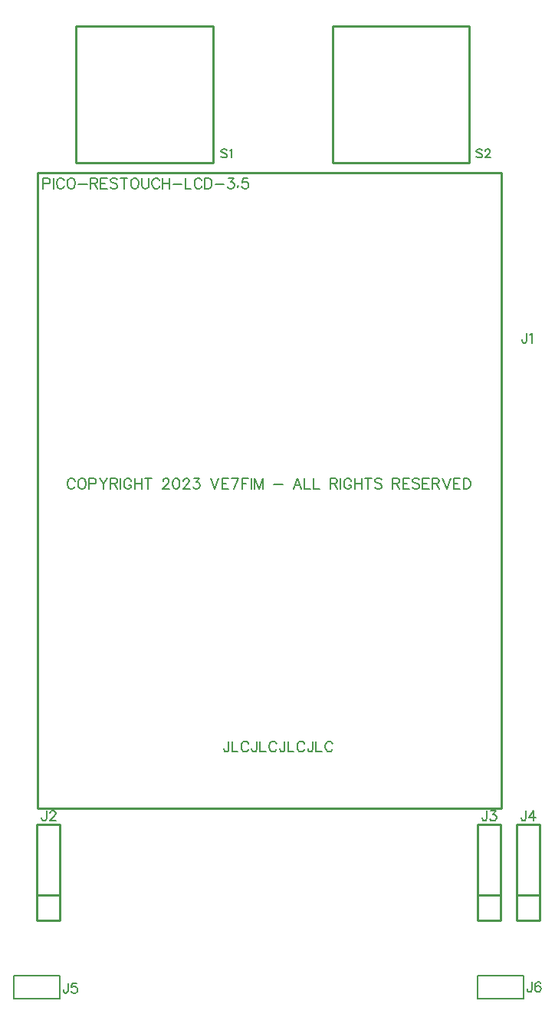
<source format=gto>
G04 Layer: TopSilkscreenLayer*
G04 EasyEDA v6.5.29, 2023-07-18 10:32:44*
G04 f0145a9d3cf84adf84608df9e98d150b,5a6b42c53f6a479593ecc07194224c93,10*
G04 Gerber Generator version 0.2*
G04 Scale: 100 percent, Rotated: No, Reflected: No *
G04 Dimensions in millimeters *
G04 leading zeros omitted , absolute positions ,4 integer and 5 decimal *
%FSLAX45Y45*%
%MOMM*%

%ADD10C,0.1524*%
%ADD11C,0.2030*%
%ADD12C,0.2032*%
%ADD13C,0.2540*%
%ADD14C,0.2030*%
%ADD15C,0.0188*%

%LPD*%
D10*
X2603754Y10247376D02*
G01*
X2594609Y10256265D01*
X2580893Y10260837D01*
X2562606Y10260837D01*
X2549143Y10256265D01*
X2540000Y10247376D01*
X2540000Y10238231D01*
X2544572Y10229087D01*
X2549143Y10224515D01*
X2558288Y10219944D01*
X2585465Y10210800D01*
X2594609Y10206481D01*
X2599181Y10201910D01*
X2603754Y10192765D01*
X2603754Y10179050D01*
X2594609Y10169905D01*
X2580893Y10165334D01*
X2562606Y10165334D01*
X2549143Y10169905D01*
X2540000Y10179050D01*
X2633725Y10242804D02*
G01*
X2642615Y10247376D01*
X2656331Y10260837D01*
X2656331Y10165334D01*
X5423154Y10247376D02*
G01*
X5414009Y10256265D01*
X5400293Y10260837D01*
X5382006Y10260837D01*
X5368543Y10256265D01*
X5359400Y10247376D01*
X5359400Y10238231D01*
X5363972Y10229087D01*
X5368543Y10224515D01*
X5377688Y10219944D01*
X5404865Y10210800D01*
X5414009Y10206481D01*
X5418581Y10201910D01*
X5423154Y10192765D01*
X5423154Y10179050D01*
X5414009Y10169905D01*
X5400293Y10165334D01*
X5382006Y10165334D01*
X5368543Y10169905D01*
X5359400Y10179050D01*
X5457697Y10238231D02*
G01*
X5457697Y10242804D01*
X5462015Y10251694D01*
X5466588Y10256265D01*
X5475731Y10260837D01*
X5494020Y10260837D01*
X5502909Y10256265D01*
X5507481Y10251694D01*
X5512054Y10242804D01*
X5512054Y10233660D01*
X5507481Y10224515D01*
X5498591Y10210800D01*
X5453125Y10165334D01*
X5516625Y10165334D01*
X5914666Y8230615D02*
G01*
X5914666Y8147558D01*
X5909586Y8131810D01*
X5904506Y8126729D01*
X5894092Y8121395D01*
X5883678Y8121395D01*
X5873264Y8126729D01*
X5867930Y8131810D01*
X5862850Y8147558D01*
X5862850Y8157971D01*
X5948956Y8209787D02*
G01*
X5959370Y8215121D01*
X5975118Y8230615D01*
X5975118Y8121395D01*
D11*
X923544Y6599428D02*
G01*
X918210Y6610350D01*
X907287Y6621271D01*
X896365Y6626860D01*
X874521Y6626860D01*
X863600Y6621271D01*
X852678Y6610350D01*
X847344Y6599428D01*
X841755Y6583171D01*
X841755Y6555994D01*
X847344Y6539484D01*
X852678Y6528562D01*
X863600Y6517639D01*
X874521Y6512305D01*
X896365Y6512305D01*
X907287Y6517639D01*
X918210Y6528562D01*
X923544Y6539484D01*
X992378Y6626860D02*
G01*
X981455Y6621271D01*
X970534Y6610350D01*
X965200Y6599428D01*
X959612Y6583171D01*
X959612Y6555994D01*
X965200Y6539484D01*
X970534Y6528562D01*
X981455Y6517639D01*
X992378Y6512305D01*
X1014221Y6512305D01*
X1025144Y6517639D01*
X1036065Y6528562D01*
X1041400Y6539484D01*
X1046987Y6555994D01*
X1046987Y6583171D01*
X1041400Y6599428D01*
X1036065Y6610350D01*
X1025144Y6621271D01*
X1014221Y6626860D01*
X992378Y6626860D01*
X1082802Y6626860D02*
G01*
X1082802Y6512305D01*
X1082802Y6626860D02*
G01*
X1132078Y6626860D01*
X1148334Y6621271D01*
X1153921Y6615937D01*
X1159255Y6605015D01*
X1159255Y6588505D01*
X1153921Y6577584D01*
X1148334Y6572250D01*
X1132078Y6566662D01*
X1082802Y6566662D01*
X1195323Y6626860D02*
G01*
X1239012Y6572250D01*
X1239012Y6512305D01*
X1282445Y6626860D02*
G01*
X1239012Y6572250D01*
X1318513Y6626860D02*
G01*
X1318513Y6512305D01*
X1318513Y6626860D02*
G01*
X1367536Y6626860D01*
X1384045Y6621271D01*
X1389379Y6615937D01*
X1394968Y6605015D01*
X1394968Y6594094D01*
X1389379Y6583171D01*
X1384045Y6577584D01*
X1367536Y6572250D01*
X1318513Y6572250D01*
X1356613Y6572250D02*
G01*
X1394968Y6512305D01*
X1430781Y6626860D02*
G01*
X1430781Y6512305D01*
X1548637Y6599428D02*
G01*
X1543304Y6610350D01*
X1532381Y6621271D01*
X1521460Y6626860D01*
X1499615Y6626860D01*
X1488694Y6621271D01*
X1477771Y6610350D01*
X1472437Y6599428D01*
X1466850Y6583171D01*
X1466850Y6555994D01*
X1472437Y6539484D01*
X1477771Y6528562D01*
X1488694Y6517639D01*
X1499615Y6512305D01*
X1521460Y6512305D01*
X1532381Y6517639D01*
X1543304Y6528562D01*
X1548637Y6539484D01*
X1548637Y6555994D01*
X1521460Y6555994D02*
G01*
X1548637Y6555994D01*
X1584705Y6626860D02*
G01*
X1584705Y6512305D01*
X1661160Y6626860D02*
G01*
X1661160Y6512305D01*
X1584705Y6572250D02*
G01*
X1661160Y6572250D01*
X1735328Y6626860D02*
G01*
X1735328Y6512305D01*
X1696973Y6626860D02*
G01*
X1773428Y6626860D01*
X1898904Y6599428D02*
G01*
X1898904Y6605015D01*
X1904237Y6615937D01*
X1909826Y6621271D01*
X1920747Y6626860D01*
X1942591Y6626860D01*
X1953513Y6621271D01*
X1958847Y6615937D01*
X1964436Y6605015D01*
X1964436Y6594094D01*
X1958847Y6583171D01*
X1947925Y6566662D01*
X1893570Y6512305D01*
X1969770Y6512305D01*
X2038604Y6626860D02*
G01*
X2022093Y6621271D01*
X2011172Y6605015D01*
X2005838Y6577584D01*
X2005838Y6561328D01*
X2011172Y6534150D01*
X2022093Y6517639D01*
X2038604Y6512305D01*
X2049525Y6512305D01*
X2065781Y6517639D01*
X2076704Y6534150D01*
X2082291Y6561328D01*
X2082291Y6577584D01*
X2076704Y6605015D01*
X2065781Y6621271D01*
X2049525Y6626860D01*
X2038604Y6626860D01*
X2123693Y6599428D02*
G01*
X2123693Y6605015D01*
X2129027Y6615937D01*
X2134615Y6621271D01*
X2145538Y6626860D01*
X2167381Y6626860D01*
X2178050Y6621271D01*
X2183638Y6615937D01*
X2188972Y6605015D01*
X2188972Y6594094D01*
X2183638Y6583171D01*
X2172715Y6566662D01*
X2118106Y6512305D01*
X2194559Y6512305D01*
X2241550Y6626860D02*
G01*
X2301493Y6626860D01*
X2268727Y6583171D01*
X2284984Y6583171D01*
X2295906Y6577584D01*
X2301493Y6572250D01*
X2306827Y6555994D01*
X2306827Y6545071D01*
X2301493Y6528562D01*
X2290572Y6517639D01*
X2274061Y6512305D01*
X2257806Y6512305D01*
X2241550Y6517639D01*
X2235961Y6523228D01*
X2230627Y6534150D01*
X2426970Y6626860D02*
G01*
X2470658Y6512305D01*
X2514091Y6626860D02*
G01*
X2470658Y6512305D01*
X2550159Y6626860D02*
G01*
X2550159Y6512305D01*
X2550159Y6626860D02*
G01*
X2621025Y6626860D01*
X2550159Y6572250D02*
G01*
X2593847Y6572250D01*
X2550159Y6512305D02*
G01*
X2621025Y6512305D01*
X2733547Y6626860D02*
G01*
X2678938Y6512305D01*
X2657093Y6626860D02*
G01*
X2733547Y6626860D01*
X2769361Y6626860D02*
G01*
X2769361Y6512305D01*
X2769361Y6626860D02*
G01*
X2840227Y6626860D01*
X2769361Y6572250D02*
G01*
X2813050Y6572250D01*
X2876295Y6626860D02*
G01*
X2876295Y6512305D01*
X2912363Y6626860D02*
G01*
X2912363Y6512305D01*
X2912363Y6626860D02*
G01*
X2956052Y6512305D01*
X2999740Y6626860D02*
G01*
X2956052Y6512305D01*
X2999740Y6626860D02*
G01*
X2999740Y6512305D01*
X3119627Y6561328D02*
G01*
X3217925Y6561328D01*
X3381502Y6626860D02*
G01*
X3337813Y6512305D01*
X3381502Y6626860D02*
G01*
X3425190Y6512305D01*
X3354070Y6550405D02*
G01*
X3408679Y6550405D01*
X3461004Y6626860D02*
G01*
X3461004Y6512305D01*
X3461004Y6512305D02*
G01*
X3526536Y6512305D01*
X3562604Y6626860D02*
G01*
X3562604Y6512305D01*
X3562604Y6512305D02*
G01*
X3627881Y6512305D01*
X3748024Y6626860D02*
G01*
X3748024Y6512305D01*
X3748024Y6626860D02*
G01*
X3797045Y6626860D01*
X3813556Y6621271D01*
X3818890Y6615937D01*
X3824477Y6605015D01*
X3824477Y6594094D01*
X3818890Y6583171D01*
X3813556Y6577584D01*
X3797045Y6572250D01*
X3748024Y6572250D01*
X3786124Y6572250D02*
G01*
X3824477Y6512305D01*
X3860291Y6626860D02*
G01*
X3860291Y6512305D01*
X3978147Y6599428D02*
G01*
X3972813Y6610350D01*
X3961891Y6621271D01*
X3950970Y6626860D01*
X3929125Y6626860D01*
X3918204Y6621271D01*
X3907281Y6610350D01*
X3901693Y6599428D01*
X3896359Y6583171D01*
X3896359Y6555994D01*
X3901693Y6539484D01*
X3907281Y6528562D01*
X3918204Y6517639D01*
X3929125Y6512305D01*
X3950970Y6512305D01*
X3961891Y6517639D01*
X3972813Y6528562D01*
X3978147Y6539484D01*
X3978147Y6555994D01*
X3950970Y6555994D02*
G01*
X3978147Y6555994D01*
X4014215Y6626860D02*
G01*
X4014215Y6512305D01*
X4090415Y6626860D02*
G01*
X4090415Y6512305D01*
X4014215Y6572250D02*
G01*
X4090415Y6572250D01*
X4164838Y6626860D02*
G01*
X4164838Y6512305D01*
X4126484Y6626860D02*
G01*
X4202938Y6626860D01*
X4315206Y6610350D02*
G01*
X4304284Y6621271D01*
X4288027Y6626860D01*
X4266184Y6626860D01*
X4249927Y6621271D01*
X4239006Y6610350D01*
X4239006Y6599428D01*
X4244340Y6588505D01*
X4249927Y6583171D01*
X4260595Y6577584D01*
X4293361Y6566662D01*
X4304284Y6561328D01*
X4309872Y6555994D01*
X4315206Y6545071D01*
X4315206Y6528562D01*
X4304284Y6517639D01*
X4288027Y6512305D01*
X4266184Y6512305D01*
X4249927Y6517639D01*
X4239006Y6528562D01*
X4435347Y6626860D02*
G01*
X4435347Y6512305D01*
X4435347Y6626860D02*
G01*
X4484370Y6626860D01*
X4500625Y6621271D01*
X4506213Y6615937D01*
X4511547Y6605015D01*
X4511547Y6594094D01*
X4506213Y6583171D01*
X4500625Y6577584D01*
X4484370Y6572250D01*
X4435347Y6572250D01*
X4473447Y6572250D02*
G01*
X4511547Y6512305D01*
X4547615Y6626860D02*
G01*
X4547615Y6512305D01*
X4547615Y6626860D02*
G01*
X4618481Y6626860D01*
X4547615Y6572250D02*
G01*
X4591304Y6572250D01*
X4547615Y6512305D02*
G01*
X4618481Y6512305D01*
X4731004Y6610350D02*
G01*
X4720081Y6621271D01*
X4703572Y6626860D01*
X4681727Y6626860D01*
X4665472Y6621271D01*
X4654550Y6610350D01*
X4654550Y6599428D01*
X4659884Y6588505D01*
X4665472Y6583171D01*
X4676393Y6577584D01*
X4709159Y6566662D01*
X4720081Y6561328D01*
X4725415Y6555994D01*
X4731004Y6545071D01*
X4731004Y6528562D01*
X4720081Y6517639D01*
X4703572Y6512305D01*
X4681727Y6512305D01*
X4665472Y6517639D01*
X4654550Y6528562D01*
X4766818Y6626860D02*
G01*
X4766818Y6512305D01*
X4766818Y6626860D02*
G01*
X4837684Y6626860D01*
X4766818Y6572250D02*
G01*
X4810506Y6572250D01*
X4766818Y6512305D02*
G01*
X4837684Y6512305D01*
X4873752Y6626860D02*
G01*
X4873752Y6512305D01*
X4873752Y6626860D02*
G01*
X4922774Y6626860D01*
X4939284Y6621271D01*
X4944618Y6615937D01*
X4950206Y6605015D01*
X4950206Y6594094D01*
X4944618Y6583171D01*
X4939284Y6577584D01*
X4922774Y6572250D01*
X4873752Y6572250D01*
X4912106Y6572250D02*
G01*
X4950206Y6512305D01*
X4986274Y6626860D02*
G01*
X5029708Y6512305D01*
X5073395Y6626860D02*
G01*
X5029708Y6512305D01*
X5109463Y6626860D02*
G01*
X5109463Y6512305D01*
X5109463Y6626860D02*
G01*
X5180329Y6626860D01*
X5109463Y6572250D02*
G01*
X5153152Y6572250D01*
X5109463Y6512305D02*
G01*
X5180329Y6512305D01*
X5216397Y6626860D02*
G01*
X5216397Y6512305D01*
X5216397Y6626860D02*
G01*
X5254497Y6626860D01*
X5271008Y6621271D01*
X5281675Y6610350D01*
X5287263Y6599428D01*
X5292597Y6583171D01*
X5292597Y6555994D01*
X5287263Y6539484D01*
X5281675Y6528562D01*
X5271008Y6517639D01*
X5254497Y6512305D01*
X5216397Y6512305D01*
D12*
X2623614Y3728925D02*
G01*
X2623614Y3641549D01*
X2618026Y3625293D01*
X2612692Y3619705D01*
X2601770Y3614371D01*
X2590848Y3614371D01*
X2579926Y3619705D01*
X2574338Y3625293D01*
X2569004Y3641549D01*
X2569004Y3652471D01*
X2659428Y3728925D02*
G01*
X2659428Y3614371D01*
X2659428Y3614371D02*
G01*
X2724960Y3614371D01*
X2842816Y3701493D02*
G01*
X2837482Y3712415D01*
X2826560Y3723337D01*
X2815638Y3728925D01*
X2793794Y3728925D01*
X2782872Y3723337D01*
X2771950Y3712415D01*
X2766362Y3701493D01*
X2761028Y3685237D01*
X2761028Y3658059D01*
X2766362Y3641549D01*
X2771950Y3630627D01*
X2782872Y3619705D01*
X2793794Y3614371D01*
X2815638Y3614371D01*
X2826560Y3619705D01*
X2837482Y3630627D01*
X2842816Y3641549D01*
X2933240Y3728925D02*
G01*
X2933240Y3641549D01*
X2927906Y3625293D01*
X2922572Y3619705D01*
X2911650Y3614371D01*
X2900728Y3614371D01*
X2889806Y3619705D01*
X2884218Y3625293D01*
X2878884Y3641549D01*
X2878884Y3652471D01*
X2969308Y3728925D02*
G01*
X2969308Y3614371D01*
X2969308Y3614371D02*
G01*
X3034840Y3614371D01*
X3152696Y3701493D02*
G01*
X3147108Y3712415D01*
X3136186Y3723337D01*
X3125264Y3728925D01*
X3103674Y3728925D01*
X3092752Y3723337D01*
X3081830Y3712415D01*
X3076242Y3701493D01*
X3070908Y3685237D01*
X3070908Y3658059D01*
X3076242Y3641549D01*
X3081830Y3630627D01*
X3092752Y3619705D01*
X3103674Y3614371D01*
X3125264Y3614371D01*
X3136186Y3619705D01*
X3147108Y3630627D01*
X3152696Y3641549D01*
X3243120Y3728925D02*
G01*
X3243120Y3641549D01*
X3237786Y3625293D01*
X3232198Y3619705D01*
X3221276Y3614371D01*
X3210354Y3614371D01*
X3199432Y3619705D01*
X3194098Y3625293D01*
X3188764Y3641549D01*
X3188764Y3652471D01*
X3279188Y3728925D02*
G01*
X3279188Y3614371D01*
X3279188Y3614371D02*
G01*
X3344720Y3614371D01*
X3462576Y3701493D02*
G01*
X3456988Y3712415D01*
X3446066Y3723337D01*
X3435144Y3728925D01*
X3413300Y3728925D01*
X3402378Y3723337D01*
X3391456Y3712415D01*
X3386122Y3701493D01*
X3380534Y3685237D01*
X3380534Y3658059D01*
X3386122Y3641549D01*
X3391456Y3630627D01*
X3402378Y3619705D01*
X3413300Y3614371D01*
X3435144Y3614371D01*
X3446066Y3619705D01*
X3456988Y3630627D01*
X3462576Y3641549D01*
X3553000Y3728925D02*
G01*
X3553000Y3641549D01*
X3547666Y3625293D01*
X3542078Y3619705D01*
X3531156Y3614371D01*
X3520234Y3614371D01*
X3509312Y3619705D01*
X3503978Y3625293D01*
X3498390Y3641549D01*
X3498390Y3652471D01*
X3589068Y3728925D02*
G01*
X3589068Y3614371D01*
X3589068Y3614371D02*
G01*
X3654346Y3614371D01*
X3772202Y3701493D02*
G01*
X3766868Y3712415D01*
X3755946Y3723337D01*
X3745024Y3728925D01*
X3723180Y3728925D01*
X3712258Y3723337D01*
X3701336Y3712415D01*
X3696002Y3701493D01*
X3690414Y3685237D01*
X3690414Y3658059D01*
X3696002Y3641549D01*
X3701336Y3630627D01*
X3712258Y3619705D01*
X3723180Y3614371D01*
X3745024Y3614371D01*
X3755946Y3619705D01*
X3766868Y3630627D01*
X3772202Y3641549D01*
X575104Y9939154D02*
G01*
X575104Y9824610D01*
X575104Y9939154D02*
G01*
X624194Y9939154D01*
X640557Y9933701D01*
X646013Y9928247D01*
X651466Y9917338D01*
X651466Y9900973D01*
X646013Y9890064D01*
X640557Y9884610D01*
X624194Y9879154D01*
X575104Y9879154D01*
X687468Y9939154D02*
G01*
X687468Y9824610D01*
X805286Y9911882D02*
G01*
X799830Y9922791D01*
X788921Y9933701D01*
X778012Y9939154D01*
X756193Y9939154D01*
X745286Y9933701D01*
X734377Y9922791D01*
X728921Y9911882D01*
X723468Y9895519D01*
X723468Y9868247D01*
X728921Y9851882D01*
X734377Y9840973D01*
X745286Y9830064D01*
X756193Y9824610D01*
X778012Y9824610D01*
X788921Y9830064D01*
X799830Y9840973D01*
X805286Y9851882D01*
X874013Y9939154D02*
G01*
X863104Y9933701D01*
X852195Y9922791D01*
X846739Y9911882D01*
X841286Y9895519D01*
X841286Y9868247D01*
X846739Y9851882D01*
X852195Y9840973D01*
X863104Y9830064D01*
X874013Y9824610D01*
X895830Y9824610D01*
X906739Y9830064D01*
X917648Y9840973D01*
X923104Y9851882D01*
X928557Y9868247D01*
X928557Y9895519D01*
X923104Y9911882D01*
X917648Y9922791D01*
X906739Y9933701D01*
X895830Y9939154D01*
X874013Y9939154D01*
X964557Y9873701D02*
G01*
X1062738Y9873701D01*
X1098740Y9939154D02*
G01*
X1098740Y9824610D01*
X1098740Y9939154D02*
G01*
X1147831Y9939154D01*
X1164193Y9933701D01*
X1169649Y9928247D01*
X1175103Y9917338D01*
X1175103Y9906429D01*
X1169649Y9895519D01*
X1164193Y9890064D01*
X1147831Y9884610D01*
X1098740Y9884610D01*
X1136921Y9884610D02*
G01*
X1175103Y9824610D01*
X1211102Y9939154D02*
G01*
X1211102Y9824610D01*
X1211102Y9939154D02*
G01*
X1282011Y9939154D01*
X1211102Y9884610D02*
G01*
X1254739Y9884610D01*
X1211102Y9824610D02*
G01*
X1282011Y9824610D01*
X1394376Y9922791D02*
G01*
X1383466Y9933701D01*
X1367101Y9939154D01*
X1345285Y9939154D01*
X1328920Y9933701D01*
X1318011Y9922791D01*
X1318011Y9911882D01*
X1323467Y9900973D01*
X1328920Y9895519D01*
X1339829Y9890064D01*
X1372557Y9879154D01*
X1383466Y9873701D01*
X1388920Y9868247D01*
X1394376Y9857338D01*
X1394376Y9840973D01*
X1383466Y9830064D01*
X1367101Y9824610D01*
X1345285Y9824610D01*
X1328920Y9830064D01*
X1318011Y9840973D01*
X1468556Y9939154D02*
G01*
X1468556Y9824610D01*
X1430375Y9939154D02*
G01*
X1506738Y9939154D01*
X1575465Y9939154D02*
G01*
X1564556Y9933701D01*
X1553646Y9922791D01*
X1548193Y9911882D01*
X1542737Y9895519D01*
X1542737Y9868247D01*
X1548193Y9851882D01*
X1553646Y9840973D01*
X1564556Y9830064D01*
X1575465Y9824610D01*
X1597284Y9824610D01*
X1608193Y9830064D01*
X1619102Y9840973D01*
X1624556Y9851882D01*
X1630011Y9868247D01*
X1630011Y9895519D01*
X1624556Y9911882D01*
X1619102Y9922791D01*
X1608193Y9933701D01*
X1597284Y9939154D01*
X1575465Y9939154D01*
X1666011Y9939154D02*
G01*
X1666011Y9857338D01*
X1671464Y9840973D01*
X1682374Y9830064D01*
X1698739Y9824610D01*
X1709648Y9824610D01*
X1726011Y9830064D01*
X1736920Y9840973D01*
X1742373Y9857338D01*
X1742373Y9939154D01*
X1860191Y9911882D02*
G01*
X1854738Y9922791D01*
X1843829Y9933701D01*
X1832919Y9939154D01*
X1811101Y9939154D01*
X1800191Y9933701D01*
X1789282Y9922791D01*
X1783829Y9911882D01*
X1778373Y9895519D01*
X1778373Y9868247D01*
X1783829Y9851882D01*
X1789282Y9840973D01*
X1800191Y9830064D01*
X1811101Y9824610D01*
X1832919Y9824610D01*
X1843829Y9830064D01*
X1854738Y9840973D01*
X1860191Y9851882D01*
X1896191Y9939154D02*
G01*
X1896191Y9824610D01*
X1972556Y9939154D02*
G01*
X1972556Y9824610D01*
X1896191Y9884610D02*
G01*
X1972556Y9884610D01*
X2008555Y9873701D02*
G01*
X2106736Y9873701D01*
X2142736Y9939154D02*
G01*
X2142736Y9824610D01*
X2142736Y9824610D02*
G01*
X2208192Y9824610D01*
X2326010Y9911882D02*
G01*
X2320554Y9922791D01*
X2309647Y9933701D01*
X2298738Y9939154D01*
X2276919Y9939154D01*
X2266010Y9933701D01*
X2255100Y9922791D01*
X2249647Y9911882D01*
X2244191Y9895519D01*
X2244191Y9868247D01*
X2249647Y9851882D01*
X2255100Y9840973D01*
X2266010Y9830064D01*
X2276919Y9824610D01*
X2298738Y9824610D01*
X2309647Y9830064D01*
X2320554Y9840973D01*
X2326010Y9851882D01*
X2362009Y9939154D02*
G01*
X2362009Y9824610D01*
X2362009Y9939154D02*
G01*
X2400190Y9939154D01*
X2416556Y9933701D01*
X2427465Y9922791D01*
X2432918Y9911882D01*
X2438372Y9895519D01*
X2438372Y9868247D01*
X2432918Y9851882D01*
X2427465Y9840973D01*
X2416556Y9830064D01*
X2400190Y9824610D01*
X2362009Y9824610D01*
X2474374Y9873701D02*
G01*
X2572555Y9873701D01*
X2619463Y9939154D02*
G01*
X2679463Y9939154D01*
X2646735Y9895519D01*
X2663101Y9895519D01*
X2674010Y9890064D01*
X2679463Y9884610D01*
X2684917Y9868247D01*
X2684917Y9857338D01*
X2679463Y9840973D01*
X2668554Y9830064D01*
X2652191Y9824610D01*
X2635826Y9824610D01*
X2619463Y9830064D01*
X2614010Y9835520D01*
X2608554Y9846429D01*
X2726372Y9851882D02*
G01*
X2720919Y9846429D01*
X2726372Y9840973D01*
X2731828Y9846429D01*
X2726372Y9851882D01*
X2833281Y9939154D02*
G01*
X2778737Y9939154D01*
X2773281Y9890064D01*
X2778737Y9895519D01*
X2795099Y9900973D01*
X2811462Y9900973D01*
X2827827Y9895519D01*
X2838737Y9884610D01*
X2844190Y9868247D01*
X2844190Y9857338D01*
X2838737Y9840973D01*
X2827827Y9830064D01*
X2811462Y9824610D01*
X2795099Y9824610D01*
X2778737Y9830064D01*
X2773281Y9835520D01*
X2767827Y9846429D01*
D10*
X848771Y1060457D02*
G01*
X848771Y977399D01*
X843437Y961651D01*
X838357Y956571D01*
X827943Y951491D01*
X817529Y951491D01*
X807115Y956571D01*
X801781Y961651D01*
X796701Y977399D01*
X796701Y987813D01*
X945291Y1060457D02*
G01*
X893221Y1060457D01*
X888141Y1013721D01*
X893221Y1018801D01*
X908969Y1024135D01*
X924463Y1024135D01*
X940211Y1018801D01*
X950371Y1008641D01*
X955705Y992893D01*
X955705Y982479D01*
X950371Y966985D01*
X940211Y956571D01*
X924463Y951491D01*
X908969Y951491D01*
X893221Y956571D01*
X888141Y961651D01*
X883061Y972065D01*
X5972210Y1073157D02*
G01*
X5972210Y990099D01*
X5966876Y974351D01*
X5961796Y969271D01*
X5951382Y964191D01*
X5940968Y964191D01*
X5930554Y969271D01*
X5925220Y974351D01*
X5920140Y990099D01*
X5920140Y1000513D01*
X6068730Y1057663D02*
G01*
X6063650Y1068077D01*
X6047902Y1073157D01*
X6037488Y1073157D01*
X6021994Y1068077D01*
X6011580Y1052329D01*
X6006500Y1026421D01*
X6006500Y1000513D01*
X6011580Y979685D01*
X6021994Y969271D01*
X6037488Y964191D01*
X6042822Y964191D01*
X6058316Y969271D01*
X6068730Y979685D01*
X6073810Y995179D01*
X6073810Y1000513D01*
X6068730Y1016007D01*
X6058316Y1026421D01*
X6042822Y1031501D01*
X6037488Y1031501D01*
X6021994Y1026421D01*
X6011580Y1016007D01*
X6006500Y1000513D01*
X610870Y2960115D02*
G01*
X610870Y2877057D01*
X605536Y2861310D01*
X600455Y2856229D01*
X590042Y2851150D01*
X579628Y2851150D01*
X569213Y2856229D01*
X563879Y2861310D01*
X558800Y2877057D01*
X558800Y2887471D01*
X650239Y2934207D02*
G01*
X650239Y2939287D01*
X655320Y2949702D01*
X660654Y2955036D01*
X671068Y2960115D01*
X691895Y2960115D01*
X702310Y2955036D01*
X707389Y2949702D01*
X712470Y2939287D01*
X712470Y2928873D01*
X707389Y2918460D01*
X696976Y2902965D01*
X645160Y2851150D01*
X717804Y2851150D01*
X5474962Y2960115D02*
G01*
X5474962Y2877057D01*
X5469630Y2861310D01*
X5464548Y2856229D01*
X5454134Y2851150D01*
X5443720Y2851150D01*
X5433306Y2856229D01*
X5427972Y2861310D01*
X5422894Y2877057D01*
X5422894Y2887471D01*
X5519412Y2960115D02*
G01*
X5576562Y2960115D01*
X5545576Y2918460D01*
X5561068Y2918460D01*
X5571482Y2913379D01*
X5576562Y2908300D01*
X5581896Y2892552D01*
X5581896Y2882137D01*
X5576562Y2866644D01*
X5566402Y2856229D01*
X5550654Y2851150D01*
X5535162Y2851150D01*
X5519412Y2856229D01*
X5514332Y2861310D01*
X5509252Y2871723D01*
X5906515Y2960115D02*
G01*
X5906515Y2877057D01*
X5901436Y2861310D01*
X5896356Y2856229D01*
X5885941Y2851150D01*
X5875527Y2851150D01*
X5865113Y2856229D01*
X5859779Y2861310D01*
X5854700Y2877057D01*
X5854700Y2887471D01*
X5992875Y2960115D02*
G01*
X5940806Y2887471D01*
X6018784Y2887471D01*
X5992875Y2960115D02*
G01*
X5992875Y2851150D01*
D13*
X5281203Y10109200D02*
G01*
X5283200Y11620500D01*
X3771900Y10109200D02*
G01*
X5283200Y10109200D01*
X3769903Y11620500D02*
G01*
X5283200Y11620500D01*
X3769903Y10109200D02*
G01*
X3769903Y11608501D01*
X2449103Y10109200D02*
G01*
X2451100Y11620500D01*
X939800Y10109200D02*
G01*
X2451100Y10109200D01*
X937803Y11620500D02*
G01*
X2451100Y11620500D01*
X937803Y10109200D02*
G01*
X937803Y11608501D01*
D12*
X762000Y1142997D02*
G01*
X762000Y888997D01*
X254000Y888997D01*
X254000Y1142997D01*
X444500Y1142997D01*
D14*
X762000Y1142997D02*
G01*
X444500Y1142997D01*
D12*
X5372089Y888997D02*
G01*
X5372089Y1142997D01*
X5880089Y1142997D01*
X5880089Y888997D01*
X5689589Y888997D01*
D14*
X5372089Y888997D02*
G01*
X5689589Y888997D01*
D13*
X508000Y2814993D02*
G01*
X762000Y2814993D01*
X508000Y1756991D02*
G01*
X508000Y2814993D01*
X508000Y2034341D02*
G01*
X762000Y2034341D01*
X762000Y1756991D02*
G01*
X762000Y2814993D01*
X508000Y1756991D02*
G01*
X762000Y1756991D01*
X5372089Y2814993D02*
G01*
X5626089Y2814993D01*
X5372089Y1756991D02*
G01*
X5372089Y2814993D01*
X5372089Y2034341D02*
G01*
X5626089Y2034341D01*
X5626089Y1756991D02*
G01*
X5626089Y2814993D01*
X5372089Y1756991D02*
G01*
X5626089Y1756991D01*
X5803887Y2814993D02*
G01*
X6057887Y2814993D01*
X5803887Y1756991D02*
G01*
X5803887Y2814993D01*
X5803887Y2034341D02*
G01*
X6057887Y2034341D01*
X6057887Y1756991D02*
G01*
X6057887Y2814993D01*
X5803887Y1756991D02*
G01*
X6057887Y1756991D01*
X510895Y10002799D02*
G01*
X5630875Y10002799D01*
X5630875Y2992399D01*
X510895Y2992399D01*
X510895Y10002799D01*
M02*

</source>
